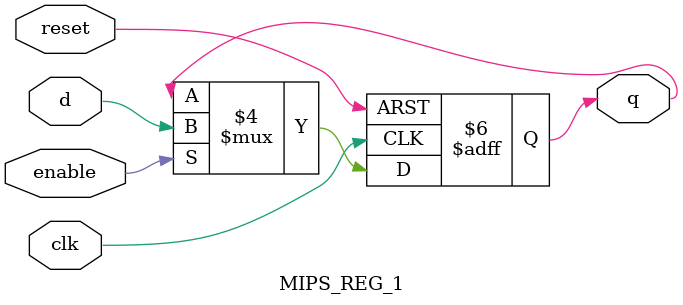
<source format=sv>
module MIPS_REG_1(input logic d, enable, reset, clk,
						output logic q);
											
	always @(posedge clk or posedge reset) begin
		if(reset == 1) begin
			q <= 0;
		end
		else if(enable == 1) begin
			q <= d;
		end
	end
	
endmodule

		

</source>
